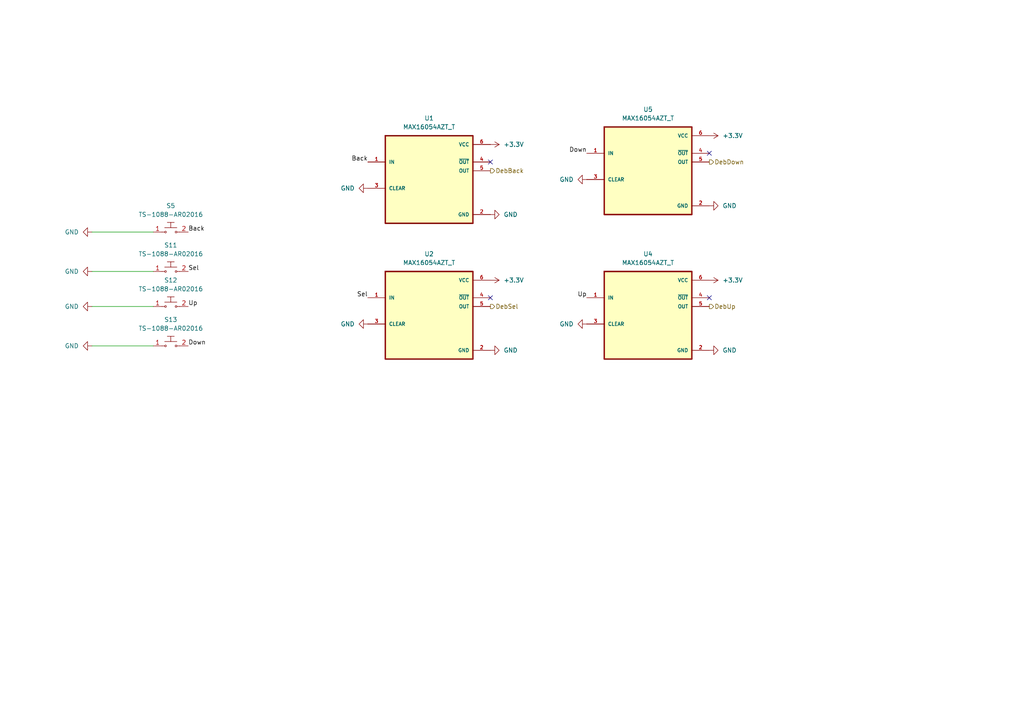
<source format=kicad_sch>
(kicad_sch
	(version 20231120)
	(generator "eeschema")
	(generator_version "8.0")
	(uuid "8ef76b75-3dab-4808-96dd-79f7106b8e0f")
	(paper "A4")
	(lib_symbols
		(symbol "MAX16054AZT_T:MAX16054AZT_T"
			(pin_names
				(offset 1.016)
			)
			(exclude_from_sim no)
			(in_bom yes)
			(on_board yes)
			(property "Reference" "U"
				(at -12.7 13.7 0)
				(effects
					(font
						(size 1.27 1.27)
					)
					(justify left bottom)
				)
			)
			(property "Value" "MAX16054AZT_T"
				(at -12.7 -16.7 0)
				(effects
					(font
						(size 1.27 1.27)
					)
					(justify left bottom)
				)
			)
			(property "Footprint" "MAX16054AZT_T:SOT95P275X110-6N"
				(at 0 0 0)
				(effects
					(font
						(size 1.27 1.27)
					)
					(justify bottom)
					(hide yes)
				)
			)
			(property "Datasheet" ""
				(at 0 0 0)
				(effects
					(font
						(size 1.27 1.27)
					)
					(hide yes)
				)
			)
			(property "Description" ""
				(at 0 0 0)
				(effects
					(font
						(size 1.27 1.27)
					)
					(hide yes)
				)
			)
			(symbol "MAX16054AZT_T_0_0"
				(rectangle
					(start -12.7 -12.7)
					(end 12.7 12.7)
					(stroke
						(width 0.41)
						(type default)
					)
					(fill
						(type background)
					)
				)
				(pin input line
					(at -17.78 5.08 0)
					(length 5.08)
					(name "IN"
						(effects
							(font
								(size 1.016 1.016)
							)
						)
					)
					(number "1"
						(effects
							(font
								(size 1.016 1.016)
							)
						)
					)
				)
				(pin power_in line
					(at 17.78 -10.16 180)
					(length 5.08)
					(name "GND"
						(effects
							(font
								(size 1.016 1.016)
							)
						)
					)
					(number "2"
						(effects
							(font
								(size 1.016 1.016)
							)
						)
					)
				)
				(pin bidirectional line
					(at -17.78 -2.54 0)
					(length 5.08)
					(name "CLEAR"
						(effects
							(font
								(size 1.016 1.016)
							)
						)
					)
					(number "3"
						(effects
							(font
								(size 1.016 1.016)
							)
						)
					)
				)
				(pin output line
					(at 17.78 5.08 180)
					(length 5.08)
					(name "~{OUT}"
						(effects
							(font
								(size 1.016 1.016)
							)
						)
					)
					(number "4"
						(effects
							(font
								(size 1.016 1.016)
							)
						)
					)
				)
				(pin output line
					(at 17.78 2.54 180)
					(length 5.08)
					(name "OUT"
						(effects
							(font
								(size 1.016 1.016)
							)
						)
					)
					(number "5"
						(effects
							(font
								(size 1.016 1.016)
							)
						)
					)
				)
				(pin power_in line
					(at 17.78 10.16 180)
					(length 5.08)
					(name "VCC"
						(effects
							(font
								(size 1.016 1.016)
							)
						)
					)
					(number "6"
						(effects
							(font
								(size 1.016 1.016)
							)
						)
					)
				)
			)
		)
		(symbol "dk_Pushbutton-Switches:GPTS203211B"
			(pin_names
				(offset 1.016)
			)
			(exclude_from_sim no)
			(in_bom yes)
			(on_board yes)
			(property "Reference" "S"
				(at -3.81 3.81 0)
				(effects
					(font
						(size 1.27 1.27)
					)
				)
			)
			(property "Value" "GPTS203211B"
				(at 0 -2.54 0)
				(effects
					(font
						(size 1.27 1.27)
					)
				)
			)
			(property "Footprint" "digikey-footprints:PushButton_12x12mm_THT_GPTS203211B"
				(at 5.08 5.08 0)
				(effects
					(font
						(size 1.27 1.27)
					)
					(justify left)
					(hide yes)
				)
			)
			(property "Datasheet" "http://switches-connectors-custom.cwind.com/Asset/GPTS203211BR2.pdf"
				(at 5.08 7.62 0)
				(effects
					(font
						(size 1.524 1.524)
					)
					(justify left)
					(hide yes)
				)
			)
			(property "Description" "SWITCH PUSHBUTTON SPST 1A 30V"
				(at 5.08 25.4 0)
				(effects
					(font
						(size 1.524 1.524)
					)
					(justify left)
					(hide yes)
				)
			)
			(property "Digi-Key_PN" "CW181-ND"
				(at 5.08 10.16 0)
				(effects
					(font
						(size 1.524 1.524)
					)
					(justify left)
					(hide yes)
				)
			)
			(property "MPN" "GPTS203211B"
				(at 5.08 12.7 0)
				(effects
					(font
						(size 1.524 1.524)
					)
					(justify left)
					(hide yes)
				)
			)
			(property "Category" "Switches"
				(at 5.08 15.24 0)
				(effects
					(font
						(size 1.524 1.524)
					)
					(justify left)
					(hide yes)
				)
			)
			(property "Family" "Pushbutton Switches"
				(at 5.08 17.78 0)
				(effects
					(font
						(size 1.524 1.524)
					)
					(justify left)
					(hide yes)
				)
			)
			(property "DK_Datasheet_Link" "http://switches-connectors-custom.cwind.com/Asset/GPTS203211BR2.pdf"
				(at 5.08 20.32 0)
				(effects
					(font
						(size 1.524 1.524)
					)
					(justify left)
					(hide yes)
				)
			)
			(property "DK_Detail_Page" "/product-detail/en/cw-industries/GPTS203211B/CW181-ND/3190590"
				(at 5.08 22.86 0)
				(effects
					(font
						(size 1.524 1.524)
					)
					(justify left)
					(hide yes)
				)
			)
			(property "Manufacturer" "CW Industries"
				(at 5.08 27.94 0)
				(effects
					(font
						(size 1.524 1.524)
					)
					(justify left)
					(hide yes)
				)
			)
			(property "Status" "Active"
				(at 5.08 30.48 0)
				(effects
					(font
						(size 1.524 1.524)
					)
					(justify left)
					(hide yes)
				)
			)
			(property "ki_keywords" "CW181-ND GPTS"
				(at 0 0 0)
				(effects
					(font
						(size 1.27 1.27)
					)
					(hide yes)
				)
			)
			(symbol "GPTS203211B_0_1"
				(circle
					(center -1.524 0)
					(radius 0.254)
					(stroke
						(width 0)
						(type solid)
					)
					(fill
						(type none)
					)
				)
				(polyline
					(pts
						(xy -2.54 0) (xy -1.778 0)
					)
					(stroke
						(width 0)
						(type solid)
					)
					(fill
						(type none)
					)
				)
				(polyline
					(pts
						(xy -1.778 1.27) (xy 1.778 1.27)
					)
					(stroke
						(width 0)
						(type solid)
					)
					(fill
						(type none)
					)
				)
				(polyline
					(pts
						(xy -1.016 2.794) (xy 1.016 2.794)
					)
					(stroke
						(width 0)
						(type solid)
					)
					(fill
						(type none)
					)
				)
				(polyline
					(pts
						(xy 0 1.27) (xy 0 2.794)
					)
					(stroke
						(width 0)
						(type solid)
					)
					(fill
						(type none)
					)
				)
				(polyline
					(pts
						(xy 2.54 0) (xy 1.778 0)
					)
					(stroke
						(width 0)
						(type solid)
					)
					(fill
						(type none)
					)
				)
				(circle
					(center 1.524 0)
					(radius 0.254)
					(stroke
						(width 0)
						(type solid)
					)
					(fill
						(type none)
					)
				)
			)
			(symbol "GPTS203211B_1_1"
				(pin passive line
					(at -5.08 0 0)
					(length 2.54)
					(name "~"
						(effects
							(font
								(size 1.27 1.27)
							)
						)
					)
					(number "1"
						(effects
							(font
								(size 1.27 1.27)
							)
						)
					)
				)
				(pin passive line
					(at 5.08 0 180)
					(length 2.54)
					(name "~"
						(effects
							(font
								(size 1.27 1.27)
							)
						)
					)
					(number "2"
						(effects
							(font
								(size 1.27 1.27)
							)
						)
					)
				)
			)
		)
		(symbol "power:+3.3V"
			(power)
			(pin_names
				(offset 0)
			)
			(exclude_from_sim no)
			(in_bom yes)
			(on_board yes)
			(property "Reference" "#PWR"
				(at 0 -3.81 0)
				(effects
					(font
						(size 1.27 1.27)
					)
					(hide yes)
				)
			)
			(property "Value" "+3.3V"
				(at 0 3.556 0)
				(effects
					(font
						(size 1.27 1.27)
					)
				)
			)
			(property "Footprint" ""
				(at 0 0 0)
				(effects
					(font
						(size 1.27 1.27)
					)
					(hide yes)
				)
			)
			(property "Datasheet" ""
				(at 0 0 0)
				(effects
					(font
						(size 1.27 1.27)
					)
					(hide yes)
				)
			)
			(property "Description" "Power symbol creates a global label with name \"+3.3V\""
				(at 0 0 0)
				(effects
					(font
						(size 1.27 1.27)
					)
					(hide yes)
				)
			)
			(property "ki_keywords" "global power"
				(at 0 0 0)
				(effects
					(font
						(size 1.27 1.27)
					)
					(hide yes)
				)
			)
			(symbol "+3.3V_0_1"
				(polyline
					(pts
						(xy -0.762 1.27) (xy 0 2.54)
					)
					(stroke
						(width 0)
						(type default)
					)
					(fill
						(type none)
					)
				)
				(polyline
					(pts
						(xy 0 0) (xy 0 2.54)
					)
					(stroke
						(width 0)
						(type default)
					)
					(fill
						(type none)
					)
				)
				(polyline
					(pts
						(xy 0 2.54) (xy 0.762 1.27)
					)
					(stroke
						(width 0)
						(type default)
					)
					(fill
						(type none)
					)
				)
			)
			(symbol "+3.3V_1_1"
				(pin power_in line
					(at 0 0 90)
					(length 0) hide
					(name "+3.3V"
						(effects
							(font
								(size 1.27 1.27)
							)
						)
					)
					(number "1"
						(effects
							(font
								(size 1.27 1.27)
							)
						)
					)
				)
			)
		)
		(symbol "power:GND"
			(power)
			(pin_names
				(offset 0)
			)
			(exclude_from_sim no)
			(in_bom yes)
			(on_board yes)
			(property "Reference" "#PWR"
				(at 0 -6.35 0)
				(effects
					(font
						(size 1.27 1.27)
					)
					(hide yes)
				)
			)
			(property "Value" "GND"
				(at 0 -3.81 0)
				(effects
					(font
						(size 1.27 1.27)
					)
				)
			)
			(property "Footprint" ""
				(at 0 0 0)
				(effects
					(font
						(size 1.27 1.27)
					)
					(hide yes)
				)
			)
			(property "Datasheet" ""
				(at 0 0 0)
				(effects
					(font
						(size 1.27 1.27)
					)
					(hide yes)
				)
			)
			(property "Description" "Power symbol creates a global label with name \"GND\" , ground"
				(at 0 0 0)
				(effects
					(font
						(size 1.27 1.27)
					)
					(hide yes)
				)
			)
			(property "ki_keywords" "global power"
				(at 0 0 0)
				(effects
					(font
						(size 1.27 1.27)
					)
					(hide yes)
				)
			)
			(symbol "GND_0_1"
				(polyline
					(pts
						(xy 0 0) (xy 0 -1.27) (xy 1.27 -1.27) (xy 0 -2.54) (xy -1.27 -1.27) (xy 0 -1.27)
					)
					(stroke
						(width 0)
						(type default)
					)
					(fill
						(type none)
					)
				)
			)
			(symbol "GND_1_1"
				(pin power_in line
					(at 0 0 270)
					(length 0) hide
					(name "GND"
						(effects
							(font
								(size 1.27 1.27)
							)
						)
					)
					(number "1"
						(effects
							(font
								(size 1.27 1.27)
							)
						)
					)
				)
			)
		)
	)
	(no_connect
		(at 142.24 46.99)
		(uuid "4967ee84-2a3a-44c1-9b78-7aca69971b31")
	)
	(no_connect
		(at 205.74 86.36)
		(uuid "5104cfde-5de0-46d4-85a9-ac680a4b7d85")
	)
	(no_connect
		(at 205.74 44.45)
		(uuid "9190b4fa-1d5e-4a3c-b43c-9bb287f4bb99")
	)
	(no_connect
		(at 142.24 86.36)
		(uuid "95a7dd06-124c-41e3-af5b-5c49feabe26d")
	)
	(wire
		(pts
			(xy 26.67 67.31) (xy 44.45 67.31)
		)
		(stroke
			(width 0)
			(type default)
		)
		(uuid "3cf75070-9ff7-4778-ab80-239393bef463")
	)
	(wire
		(pts
			(xy 26.67 78.74) (xy 44.45 78.74)
		)
		(stroke
			(width 0)
			(type default)
		)
		(uuid "4d141ea7-03f5-40cd-9cc5-7fde28ae0dd7")
	)
	(wire
		(pts
			(xy 26.67 88.9) (xy 44.45 88.9)
		)
		(stroke
			(width 0)
			(type default)
		)
		(uuid "9721a8a9-ede0-4bf0-8be9-306db49c0e34")
	)
	(wire
		(pts
			(xy 26.67 100.33) (xy 44.45 100.33)
		)
		(stroke
			(width 0)
			(type default)
		)
		(uuid "cfe310b5-6305-428a-a267-4f5cf7b68748")
	)
	(label "Down"
		(at 54.61 100.33 0)
		(fields_autoplaced yes)
		(effects
			(font
				(size 1.27 1.27)
			)
			(justify left bottom)
		)
		(uuid "0f28ab9d-3966-4fb5-9d71-1810f4664cde")
	)
	(label "Up"
		(at 54.61 88.9 0)
		(fields_autoplaced yes)
		(effects
			(font
				(size 1.27 1.27)
			)
			(justify left bottom)
		)
		(uuid "24c887be-691a-4002-a461-7928ec317df7")
	)
	(label "Back"
		(at 106.68 46.99 180)
		(fields_autoplaced yes)
		(effects
			(font
				(size 1.27 1.27)
			)
			(justify right bottom)
		)
		(uuid "334e82f0-d0c1-4db7-a0bd-18f4d5fe894c")
	)
	(label "Sel"
		(at 106.68 86.36 180)
		(fields_autoplaced yes)
		(effects
			(font
				(size 1.27 1.27)
			)
			(justify right bottom)
		)
		(uuid "35dd1425-fbb8-4039-800a-c1086cb87ed2")
	)
	(label "Up"
		(at 170.18 86.36 180)
		(fields_autoplaced yes)
		(effects
			(font
				(size 1.27 1.27)
			)
			(justify right bottom)
		)
		(uuid "6b458c21-f494-4a8f-9317-0901950cb335")
	)
	(label "Sel"
		(at 54.61 78.74 0)
		(fields_autoplaced yes)
		(effects
			(font
				(size 1.27 1.27)
			)
			(justify left bottom)
		)
		(uuid "9424366a-8f93-4c4f-84ee-52eb34a4eb88")
	)
	(label "Back"
		(at 54.61 67.31 0)
		(fields_autoplaced yes)
		(effects
			(font
				(size 1.27 1.27)
			)
			(justify left bottom)
		)
		(uuid "9f6434d8-8005-4afe-a131-37c62d84744f")
	)
	(label "Down"
		(at 170.18 44.45 180)
		(fields_autoplaced yes)
		(effects
			(font
				(size 1.27 1.27)
			)
			(justify right bottom)
		)
		(uuid "f45606cb-4c22-4e02-b67b-288b43746653")
	)
	(hierarchical_label "DebBack"
		(shape output)
		(at 142.24 49.53 0)
		(fields_autoplaced yes)
		(effects
			(font
				(size 1.27 1.27)
			)
			(justify left)
		)
		(uuid "1589f7bd-86da-4947-a527-10505ce404f5")
	)
	(hierarchical_label "DebDown"
		(shape output)
		(at 205.74 46.99 0)
		(fields_autoplaced yes)
		(effects
			(font
				(size 1.27 1.27)
			)
			(justify left)
		)
		(uuid "1f216fb2-d734-4296-9283-91781e0dcb85")
	)
	(hierarchical_label "DebSel"
		(shape output)
		(at 142.24 88.9 0)
		(fields_autoplaced yes)
		(effects
			(font
				(size 1.27 1.27)
			)
			(justify left)
		)
		(uuid "d8c3f1f9-b36e-4b8d-8076-0f6400e1542d")
	)
	(hierarchical_label "DebUp"
		(shape output)
		(at 205.74 88.9 0)
		(fields_autoplaced yes)
		(effects
			(font
				(size 1.27 1.27)
			)
			(justify left)
		)
		(uuid "ebce84f0-946a-4261-9791-00f9d0a995df")
	)
	(symbol
		(lib_id "MAX16054AZT_T:MAX16054AZT_T")
		(at 187.96 91.44 0)
		(unit 1)
		(exclude_from_sim no)
		(in_bom yes)
		(on_board yes)
		(dnp no)
		(fields_autoplaced yes)
		(uuid "08967432-480a-4102-9bed-4063bc94a255")
		(property "Reference" "U4"
			(at 187.96 73.66 0)
			(effects
				(font
					(size 1.27 1.27)
				)
			)
		)
		(property "Value" "MAX16054AZT_T"
			(at 187.96 76.2 0)
			(effects
				(font
					(size 1.27 1.27)
				)
			)
		)
		(property "Footprint" "revparts2:SOT95P275X110-6N"
			(at 187.96 91.44 0)
			(effects
				(font
					(size 1.27 1.27)
				)
				(justify bottom)
				(hide yes)
			)
		)
		(property "Datasheet" ""
			(at 187.96 91.44 0)
			(effects
				(font
					(size 1.27 1.27)
				)
				(hide yes)
			)
		)
		(property "Description" ""
			(at 187.96 91.44 0)
			(effects
				(font
					(size 1.27 1.27)
				)
				(hide yes)
			)
		)
		(pin "1"
			(uuid "f8293700-031a-4c28-8924-8489f89979fb")
		)
		(pin "2"
			(uuid "063920c1-cb33-41df-9374-46841aad74c6")
		)
		(pin "3"
			(uuid "92777086-e4c3-48c9-947e-591120942acd")
		)
		(pin "4"
			(uuid "b021224d-fc8e-4074-a3b6-75fea97a9c25")
		)
		(pin "5"
			(uuid "d4774893-7bed-422d-acca-83ecb5e7f45d")
		)
		(pin "6"
			(uuid "2e1a7764-23e4-4052-9f4a-cfd067a2a87c")
		)
		(instances
			(project "Motor Programmer Rev. 2"
				(path "/011ae556-31c3-4ee2-a722-f56ffd3fdd08/a2b5b4e2-343c-454b-b8e5-d2b1c53e1cbe"
					(reference "U4")
					(unit 1)
				)
			)
		)
	)
	(symbol
		(lib_id "power:+3.3V")
		(at 142.24 41.91 270)
		(unit 1)
		(exclude_from_sim no)
		(in_bom yes)
		(on_board yes)
		(dnp no)
		(fields_autoplaced yes)
		(uuid "11514062-1001-41a3-a054-c833508b9939")
		(property "Reference" "#PWR022"
			(at 138.43 41.91 0)
			(effects
				(font
					(size 1.27 1.27)
				)
				(hide yes)
			)
		)
		(property "Value" "+3.3V"
			(at 146.05 41.91 90)
			(effects
				(font
					(size 1.27 1.27)
				)
				(justify left)
			)
		)
		(property "Footprint" ""
			(at 142.24 41.91 0)
			(effects
				(font
					(size 1.27 1.27)
				)
				(hide yes)
			)
		)
		(property "Datasheet" ""
			(at 142.24 41.91 0)
			(effects
				(font
					(size 1.27 1.27)
				)
				(hide yes)
			)
		)
		(property "Description" ""
			(at 142.24 41.91 0)
			(effects
				(font
					(size 1.27 1.27)
				)
				(hide yes)
			)
		)
		(pin "1"
			(uuid "461c69da-f3a2-4377-a98b-2fdb8a884e60")
		)
		(instances
			(project "Motor Programmer Rev. 2"
				(path "/011ae556-31c3-4ee2-a722-f56ffd3fdd08/a2b5b4e2-343c-454b-b8e5-d2b1c53e1cbe"
					(reference "#PWR022")
					(unit 1)
				)
			)
		)
	)
	(symbol
		(lib_id "power:GND")
		(at 26.67 100.33 270)
		(unit 1)
		(exclude_from_sim no)
		(in_bom yes)
		(on_board yes)
		(dnp no)
		(fields_autoplaced yes)
		(uuid "120b23e0-1799-42b0-bd23-6aa0f1e9271c")
		(property "Reference" "#PWR014"
			(at 20.32 100.33 0)
			(effects
				(font
					(size 1.27 1.27)
				)
				(hide yes)
			)
		)
		(property "Value" "GND"
			(at 22.86 100.33 90)
			(effects
				(font
					(size 1.27 1.27)
				)
				(justify right)
			)
		)
		(property "Footprint" ""
			(at 26.67 100.33 0)
			(effects
				(font
					(size 1.27 1.27)
				)
				(hide yes)
			)
		)
		(property "Datasheet" ""
			(at 26.67 100.33 0)
			(effects
				(font
					(size 1.27 1.27)
				)
				(hide yes)
			)
		)
		(property "Description" ""
			(at 26.67 100.33 0)
			(effects
				(font
					(size 1.27 1.27)
				)
				(hide yes)
			)
		)
		(pin "1"
			(uuid "f1a9b78a-5ad6-40cb-b1b6-829e919bb367")
		)
		(instances
			(project "Motor Programmer Rev. 2"
				(path "/011ae556-31c3-4ee2-a722-f56ffd3fdd08/a2b5b4e2-343c-454b-b8e5-d2b1c53e1cbe"
					(reference "#PWR014")
					(unit 1)
				)
			)
		)
	)
	(symbol
		(lib_id "power:GND")
		(at 170.18 93.98 270)
		(unit 1)
		(exclude_from_sim no)
		(in_bom yes)
		(on_board yes)
		(dnp no)
		(fields_autoplaced yes)
		(uuid "1604edd4-f2f8-439c-a857-6d95c9d67658")
		(property "Reference" "#PWR021"
			(at 163.83 93.98 0)
			(effects
				(font
					(size 1.27 1.27)
				)
				(hide yes)
			)
		)
		(property "Value" "GND"
			(at 166.37 93.98 90)
			(effects
				(font
					(size 1.27 1.27)
				)
				(justify right)
			)
		)
		(property "Footprint" ""
			(at 170.18 93.98 0)
			(effects
				(font
					(size 1.27 1.27)
				)
				(hide yes)
			)
		)
		(property "Datasheet" ""
			(at 170.18 93.98 0)
			(effects
				(font
					(size 1.27 1.27)
				)
				(hide yes)
			)
		)
		(property "Description" ""
			(at 170.18 93.98 0)
			(effects
				(font
					(size 1.27 1.27)
				)
				(hide yes)
			)
		)
		(pin "1"
			(uuid "68b0c947-5abb-488c-bb78-4be43921a413")
		)
		(instances
			(project "Motor Programmer Rev. 2"
				(path "/011ae556-31c3-4ee2-a722-f56ffd3fdd08/a2b5b4e2-343c-454b-b8e5-d2b1c53e1cbe"
					(reference "#PWR021")
					(unit 1)
				)
			)
		)
	)
	(symbol
		(lib_id "power:+3.3V")
		(at 205.74 81.28 270)
		(unit 1)
		(exclude_from_sim no)
		(in_bom yes)
		(on_board yes)
		(dnp no)
		(fields_autoplaced yes)
		(uuid "24fdfd5b-6f8c-40ab-bbd1-a66f1fc362b1")
		(property "Reference" "#PWR025"
			(at 201.93 81.28 0)
			(effects
				(font
					(size 1.27 1.27)
				)
				(hide yes)
			)
		)
		(property "Value" "+3.3V"
			(at 209.55 81.28 90)
			(effects
				(font
					(size 1.27 1.27)
				)
				(justify left)
			)
		)
		(property "Footprint" ""
			(at 205.74 81.28 0)
			(effects
				(font
					(size 1.27 1.27)
				)
				(hide yes)
			)
		)
		(property "Datasheet" ""
			(at 205.74 81.28 0)
			(effects
				(font
					(size 1.27 1.27)
				)
				(hide yes)
			)
		)
		(property "Description" ""
			(at 205.74 81.28 0)
			(effects
				(font
					(size 1.27 1.27)
				)
				(hide yes)
			)
		)
		(pin "1"
			(uuid "90ff006f-e80a-47a5-bd35-bb53de8944c8")
		)
		(instances
			(project "Motor Programmer Rev. 2"
				(path "/011ae556-31c3-4ee2-a722-f56ffd3fdd08/a2b5b4e2-343c-454b-b8e5-d2b1c53e1cbe"
					(reference "#PWR025")
					(unit 1)
				)
			)
		)
	)
	(symbol
		(lib_id "MAX16054AZT_T:MAX16054AZT_T")
		(at 124.46 91.44 0)
		(unit 1)
		(exclude_from_sim no)
		(in_bom yes)
		(on_board yes)
		(dnp no)
		(uuid "28c92b94-32a8-4ae8-92f4-3f9d5df3a4a8")
		(property "Reference" "U2"
			(at 124.46 73.66 0)
			(effects
				(font
					(size 1.27 1.27)
				)
			)
		)
		(property "Value" "MAX16054AZT_T"
			(at 124.46 76.2 0)
			(effects
				(font
					(size 1.27 1.27)
				)
			)
		)
		(property "Footprint" "revparts2:SOT95P275X110-6N"
			(at 124.46 91.44 0)
			(effects
				(font
					(size 1.27 1.27)
				)
				(justify bottom)
				(hide yes)
			)
		)
		(property "Datasheet" ""
			(at 124.46 91.44 0)
			(effects
				(font
					(size 1.27 1.27)
				)
				(hide yes)
			)
		)
		(property "Description" ""
			(at 124.46 91.44 0)
			(effects
				(font
					(size 1.27 1.27)
				)
				(hide yes)
			)
		)
		(pin "1"
			(uuid "97a9b197-e610-479b-90d1-4ba197c9a7cd")
		)
		(pin "2"
			(uuid "2581287f-2196-4a35-8d7c-6ff6446e8a9d")
		)
		(pin "3"
			(uuid "3903b16f-99e5-425f-b505-4782808d7090")
		)
		(pin "4"
			(uuid "36b0fd1b-ba7b-4643-8819-4593402c11f9")
		)
		(pin "5"
			(uuid "aa50d7c1-2398-4b1b-a8f2-29b7d46c6b0d")
		)
		(pin "6"
			(uuid "76125de9-4b03-4560-a474-ca1cfdd5e2de")
		)
		(instances
			(project "Motor Programmer Rev. 2"
				(path "/011ae556-31c3-4ee2-a722-f56ffd3fdd08/a2b5b4e2-343c-454b-b8e5-d2b1c53e1cbe"
					(reference "U2")
					(unit 1)
				)
			)
		)
	)
	(symbol
		(lib_id "power:GND")
		(at 26.67 88.9 270)
		(unit 1)
		(exclude_from_sim no)
		(in_bom yes)
		(on_board yes)
		(dnp no)
		(fields_autoplaced yes)
		(uuid "2aeba194-2afc-4b73-ad60-e31c7fb4c3a0")
		(property "Reference" "#PWR013"
			(at 20.32 88.9 0)
			(effects
				(font
					(size 1.27 1.27)
				)
				(hide yes)
			)
		)
		(property "Value" "GND"
			(at 22.86 88.9 90)
			(effects
				(font
					(size 1.27 1.27)
				)
				(justify right)
			)
		)
		(property "Footprint" ""
			(at 26.67 88.9 0)
			(effects
				(font
					(size 1.27 1.27)
				)
				(hide yes)
			)
		)
		(property "Datasheet" ""
			(at 26.67 88.9 0)
			(effects
				(font
					(size 1.27 1.27)
				)
				(hide yes)
			)
		)
		(property "Description" ""
			(at 26.67 88.9 0)
			(effects
				(font
					(size 1.27 1.27)
				)
				(hide yes)
			)
		)
		(pin "1"
			(uuid "d7a24e12-56be-40b9-b459-32c2afe22f39")
		)
		(instances
			(project "Motor Programmer Rev. 2"
				(path "/011ae556-31c3-4ee2-a722-f56ffd3fdd08/a2b5b4e2-343c-454b-b8e5-d2b1c53e1cbe"
					(reference "#PWR013")
					(unit 1)
				)
			)
		)
	)
	(symbol
		(lib_id "power:GND")
		(at 26.67 67.31 270)
		(unit 1)
		(exclude_from_sim no)
		(in_bom yes)
		(on_board yes)
		(dnp no)
		(fields_autoplaced yes)
		(uuid "3593cb56-0274-4488-80dc-f78d10c68b5b")
		(property "Reference" "#PWR010"
			(at 20.32 67.31 0)
			(effects
				(font
					(size 1.27 1.27)
				)
				(hide yes)
			)
		)
		(property "Value" "GND"
			(at 22.86 67.31 90)
			(effects
				(font
					(size 1.27 1.27)
				)
				(justify right)
			)
		)
		(property "Footprint" ""
			(at 26.67 67.31 0)
			(effects
				(font
					(size 1.27 1.27)
				)
				(hide yes)
			)
		)
		(property "Datasheet" ""
			(at 26.67 67.31 0)
			(effects
				(font
					(size 1.27 1.27)
				)
				(hide yes)
			)
		)
		(property "Description" ""
			(at 26.67 67.31 0)
			(effects
				(font
					(size 1.27 1.27)
				)
				(hide yes)
			)
		)
		(pin "1"
			(uuid "887b1007-7ae6-474a-a4ca-bfcc51e749b5")
		)
		(instances
			(project "Motor Programmer Rev. 2"
				(path "/011ae556-31c3-4ee2-a722-f56ffd3fdd08/a2b5b4e2-343c-454b-b8e5-d2b1c53e1cbe"
					(reference "#PWR010")
					(unit 1)
				)
			)
		)
	)
	(symbol
		(lib_id "power:GND")
		(at 142.24 62.23 90)
		(unit 1)
		(exclude_from_sim no)
		(in_bom yes)
		(on_board yes)
		(dnp no)
		(fields_autoplaced yes)
		(uuid "3ab1b195-1bbd-4250-ad6b-54e55f9887ba")
		(property "Reference" "#PWR07"
			(at 148.59 62.23 0)
			(effects
				(font
					(size 1.27 1.27)
				)
				(hide yes)
			)
		)
		(property "Value" "GND"
			(at 146.05 62.23 90)
			(effects
				(font
					(size 1.27 1.27)
				)
				(justify right)
			)
		)
		(property "Footprint" ""
			(at 142.24 62.23 0)
			(effects
				(font
					(size 1.27 1.27)
				)
				(hide yes)
			)
		)
		(property "Datasheet" ""
			(at 142.24 62.23 0)
			(effects
				(font
					(size 1.27 1.27)
				)
				(hide yes)
			)
		)
		(property "Description" ""
			(at 142.24 62.23 0)
			(effects
				(font
					(size 1.27 1.27)
				)
				(hide yes)
			)
		)
		(pin "1"
			(uuid "64fae08b-397c-4344-b621-2cbcae0c38dd")
		)
		(instances
			(project "Motor Programmer Rev. 2"
				(path "/011ae556-31c3-4ee2-a722-f56ffd3fdd08/a2b5b4e2-343c-454b-b8e5-d2b1c53e1cbe"
					(reference "#PWR07")
					(unit 1)
				)
			)
		)
	)
	(symbol
		(lib_id "power:+3.3V")
		(at 205.74 39.37 270)
		(unit 1)
		(exclude_from_sim no)
		(in_bom yes)
		(on_board yes)
		(dnp no)
		(fields_autoplaced yes)
		(uuid "53b53c27-e6cc-464b-ad53-d8d1011a1ea9")
		(property "Reference" "#PWR023"
			(at 201.93 39.37 0)
			(effects
				(font
					(size 1.27 1.27)
				)
				(hide yes)
			)
		)
		(property "Value" "+3.3V"
			(at 209.55 39.37 90)
			(effects
				(font
					(size 1.27 1.27)
				)
				(justify left)
			)
		)
		(property "Footprint" ""
			(at 205.74 39.37 0)
			(effects
				(font
					(size 1.27 1.27)
				)
				(hide yes)
			)
		)
		(property "Datasheet" ""
			(at 205.74 39.37 0)
			(effects
				(font
					(size 1.27 1.27)
				)
				(hide yes)
			)
		)
		(property "Description" ""
			(at 205.74 39.37 0)
			(effects
				(font
					(size 1.27 1.27)
				)
				(hide yes)
			)
		)
		(pin "1"
			(uuid "a5f9a77c-8425-4d8b-86db-027469723c0b")
		)
		(instances
			(project "Motor Programmer Rev. 2"
				(path "/011ae556-31c3-4ee2-a722-f56ffd3fdd08/a2b5b4e2-343c-454b-b8e5-d2b1c53e1cbe"
					(reference "#PWR023")
					(unit 1)
				)
			)
		)
	)
	(symbol
		(lib_id "dk_Pushbutton-Switches:GPTS203211B")
		(at 49.53 100.33 0)
		(unit 1)
		(exclude_from_sim no)
		(in_bom yes)
		(on_board yes)
		(dnp no)
		(fields_autoplaced yes)
		(uuid "543e05bd-d2f8-495a-bec9-f4608d06d812")
		(property "Reference" "S13"
			(at 49.53 92.71 0)
			(effects
				(font
					(size 1.27 1.27)
				)
			)
		)
		(property "Value" "TS-1088-AR02016"
			(at 49.53 95.25 0)
			(effects
				(font
					(size 1.27 1.27)
				)
			)
		)
		(property "Footprint" "revparts2:TS-1088-AR02016"
			(at 54.61 95.25 0)
			(effects
				(font
					(size 1.27 1.27)
				)
				(justify left)
				(hide yes)
			)
		)
		(property "Datasheet" "http://switches-connectors-custom.cwind.com/Asset/GPTS203211BR2.pdf"
			(at 54.61 92.71 0)
			(effects
				(font
					(size 1.524 1.524)
				)
				(justify left)
				(hide yes)
			)
		)
		(property "Description" "SWITCH PUSHBUTTON SPST 1A 30V"
			(at 54.61 74.93 0)
			(effects
				(font
					(size 1.524 1.524)
				)
				(justify left)
				(hide yes)
			)
		)
		(property "Digi-Key_PN" "CW181-ND"
			(at 54.61 90.17 0)
			(effects
				(font
					(size 1.524 1.524)
				)
				(justify left)
				(hide yes)
			)
		)
		(property "MPN" "GPTS203211B"
			(at 54.61 87.63 0)
			(effects
				(font
					(size 1.524 1.524)
				)
				(justify left)
				(hide yes)
			)
		)
		(property "Category" "Switches"
			(at 54.61 85.09 0)
			(effects
				(font
					(size 1.524 1.524)
				)
				(justify left)
				(hide yes)
			)
		)
		(property "Family" "Pushbutton Switches"
			(at 54.61 82.55 0)
			(effects
				(font
					(size 1.524 1.524)
				)
				(justify left)
				(hide yes)
			)
		)
		(property "DK_Datasheet_Link" "http://switches-connectors-custom.cwind.com/Asset/GPTS203211BR2.pdf"
			(at 54.61 80.01 0)
			(effects
				(font
					(size 1.524 1.524)
				)
				(justify left)
				(hide yes)
			)
		)
		(property "DK_Detail_Page" "/product-detail/en/cw-industries/GPTS203211B/CW181-ND/3190590"
			(at 54.61 77.47 0)
			(effects
				(font
					(size 1.524 1.524)
				)
				(justify left)
				(hide yes)
			)
		)
		(property "Manufacturer" "CW Industries"
			(at 54.61 72.39 0)
			(effects
				(font
					(size 1.524 1.524)
				)
				(justify left)
				(hide yes)
			)
		)
		(property "Status" "Active"
			(at 54.61 69.85 0)
			(effects
				(font
					(size 1.524 1.524)
				)
				(justify left)
				(hide yes)
			)
		)
		(pin "1"
			(uuid "2b29e6f8-19d6-42b4-8dc2-41182b3e4b88")
		)
		(pin "2"
			(uuid "45fda52e-29b9-42ee-bd80-a545c08a42f4")
		)
		(instances
			(project "Motor Programmer Rev. 2"
				(path "/011ae556-31c3-4ee2-a722-f56ffd3fdd08/a2b5b4e2-343c-454b-b8e5-d2b1c53e1cbe"
					(reference "S13")
					(unit 1)
				)
			)
		)
	)
	(symbol
		(lib_id "dk_Pushbutton-Switches:GPTS203211B")
		(at 49.53 88.9 0)
		(unit 1)
		(exclude_from_sim no)
		(in_bom yes)
		(on_board yes)
		(dnp no)
		(fields_autoplaced yes)
		(uuid "570588d6-80e0-4288-bb1a-f1c34d7b863f")
		(property "Reference" "S12"
			(at 49.53 81.28 0)
			(effects
				(font
					(size 1.27 1.27)
				)
			)
		)
		(property "Value" "TS-1088-AR02016"
			(at 49.53 83.82 0)
			(effects
				(font
					(size 1.27 1.27)
				)
			)
		)
		(property "Footprint" "revparts2:TS-1088-AR02016"
			(at 54.61 83.82 0)
			(effects
				(font
					(size 1.27 1.27)
				)
				(justify left)
				(hide yes)
			)
		)
		(property "Datasheet" "http://switches-connectors-custom.cwind.com/Asset/GPTS203211BR2.pdf"
			(at 54.61 81.28 0)
			(effects
				(font
					(size 1.524 1.524)
				)
				(justify left)
				(hide yes)
			)
		)
		(property "Description" "SWITCH PUSHBUTTON SPST 1A 30V"
			(at 54.61 63.5 0)
			(effects
				(font
					(size 1.524 1.524)
				)
				(justify left)
				(hide yes)
			)
		)
		(property "Digi-Key_PN" "CW181-ND"
			(at 54.61 78.74 0)
			(effects
				(font
					(size 1.524 1.524)
				)
				(justify left)
				(hide yes)
			)
		)
		(property "MPN" "GPTS203211B"
			(at 54.61 76.2 0)
			(effects
				(font
					(size 1.524 1.524)
				)
				(justify left)
				(hide yes)
			)
		)
		(property "Category" "Switches"
			(at 54.61 73.66 0)
			(effects
				(font
					(size 1.524 1.524)
				)
				(justify left)
				(hide yes)
			)
		)
		(property "Family" "Pushbutton Switches"
			(at 54.61 71.12 0)
			(effects
				(font
					(size 1.524 1.524)
				)
				(justify left)
				(hide yes)
			)
		)
		(property "DK_Datasheet_Link" "http://switches-connectors-custom.cwind.com/Asset/GPTS203211BR2.pdf"
			(at 54.61 68.58 0)
			(effects
				(font
					(size 1.524 1.524)
				)
				(justify left)
				(hide yes)
			)
		)
		(property "DK_Detail_Page" "/product-detail/en/cw-industries/GPTS203211B/CW181-ND/3190590"
			(at 54.61 66.04 0)
			(effects
				(font
					(size 1.524 1.524)
				)
				(justify left)
				(hide yes)
			)
		)
		(property "Manufacturer" "CW Industries"
			(at 54.61 60.96 0)
			(effects
				(font
					(size 1.524 1.524)
				)
				(justify left)
				(hide yes)
			)
		)
		(property "Status" "Active"
			(at 54.61 58.42 0)
			(effects
				(font
					(size 1.524 1.524)
				)
				(justify left)
				(hide yes)
			)
		)
		(pin "1"
			(uuid "76b2c03b-3ea3-4b7d-9434-2d5cee4c6be2")
		)
		(pin "2"
			(uuid "88324b73-35ef-4a3d-b88c-1648d2d0bb7b")
		)
		(instances
			(project "Motor Programmer Rev. 2"
				(path "/011ae556-31c3-4ee2-a722-f56ffd3fdd08/a2b5b4e2-343c-454b-b8e5-d2b1c53e1cbe"
					(reference "S12")
					(unit 1)
				)
			)
		)
	)
	(symbol
		(lib_id "dk_Pushbutton-Switches:GPTS203211B")
		(at 49.53 78.74 0)
		(unit 1)
		(exclude_from_sim no)
		(in_bom yes)
		(on_board yes)
		(dnp no)
		(fields_autoplaced yes)
		(uuid "5e4cef98-f768-4f11-b6c4-7bfbe5dc2571")
		(property "Reference" "S11"
			(at 49.53 71.12 0)
			(effects
				(font
					(size 1.27 1.27)
				)
			)
		)
		(property "Value" "TS-1088-AR02016"
			(at 49.53 73.66 0)
			(effects
				(font
					(size 1.27 1.27)
				)
			)
		)
		(property "Footprint" "revparts2:TS-1088-AR02016"
			(at 54.61 73.66 0)
			(effects
				(font
					(size 1.27 1.27)
				)
				(justify left)
				(hide yes)
			)
		)
		(property "Datasheet" "http://switches-connectors-custom.cwind.com/Asset/GPTS203211BR2.pdf"
			(at 54.61 71.12 0)
			(effects
				(font
					(size 1.524 1.524)
				)
				(justify left)
				(hide yes)
			)
		)
		(property "Description" "SWITCH PUSHBUTTON SPST 1A 30V"
			(at 54.61 53.34 0)
			(effects
				(font
					(size 1.524 1.524)
				)
				(justify left)
				(hide yes)
			)
		)
		(property "Digi-Key_PN" "CW181-ND"
			(at 54.61 68.58 0)
			(effects
				(font
					(size 1.524 1.524)
				)
				(justify left)
				(hide yes)
			)
		)
		(property "MPN" "GPTS203211B"
			(at 54.61 66.04 0)
			(effects
				(font
					(size 1.524 1.524)
				)
				(justify left)
				(hide yes)
			)
		)
		(property "Category" "Switches"
			(at 54.61 63.5 0)
			(effects
				(font
					(size 1.524 1.524)
				)
				(justify left)
				(hide yes)
			)
		)
		(property "Family" "Pushbutton Switches"
			(at 54.61 60.96 0)
			(effects
				(font
					(size 1.524 1.524)
				)
				(justify left)
				(hide yes)
			)
		)
		(property "DK_Datasheet_Link" "http://switches-connectors-custom.cwind.com/Asset/GPTS203211BR2.pdf"
			(at 54.61 58.42 0)
			(effects
				(font
					(size 1.524 1.524)
				)
				(justify left)
				(hide yes)
			)
		)
		(property "DK_Detail_Page" "/product-detail/en/cw-industries/GPTS203211B/CW181-ND/3190590"
			(at 54.61 55.88 0)
			(effects
				(font
					(size 1.524 1.524)
				)
				(justify left)
				(hide yes)
			)
		)
		(property "Manufacturer" "CW Industries"
			(at 54.61 50.8 0)
			(effects
				(font
					(size 1.524 1.524)
				)
				(justify left)
				(hide yes)
			)
		)
		(property "Status" "Active"
			(at 54.61 48.26 0)
			(effects
				(font
					(size 1.524 1.524)
				)
				(justify left)
				(hide yes)
			)
		)
		(pin "1"
			(uuid "94fde6ce-44a3-46bb-b82a-cb5303c9367c")
		)
		(pin "2"
			(uuid "c8568972-d01e-4d56-b265-887a3e992013")
		)
		(instances
			(project "Motor Programmer Rev. 2"
				(path "/011ae556-31c3-4ee2-a722-f56ffd3fdd08/a2b5b4e2-343c-454b-b8e5-d2b1c53e1cbe"
					(reference "S11")
					(unit 1)
				)
			)
		)
	)
	(symbol
		(lib_id "MAX16054AZT_T:MAX16054AZT_T")
		(at 124.46 52.07 0)
		(unit 1)
		(exclude_from_sim no)
		(in_bom yes)
		(on_board yes)
		(dnp no)
		(fields_autoplaced yes)
		(uuid "6c71c8ee-8631-4865-9664-b8669aaac7e5")
		(property "Reference" "U1"
			(at 124.46 34.29 0)
			(effects
				(font
					(size 1.27 1.27)
				)
			)
		)
		(property "Value" "MAX16054AZT_T"
			(at 124.46 36.83 0)
			(effects
				(font
					(size 1.27 1.27)
				)
			)
		)
		(property "Footprint" "revparts2:SOT95P275X110-6N"
			(at 124.46 52.07 0)
			(effects
				(font
					(size 1.27 1.27)
				)
				(justify bottom)
				(hide yes)
			)
		)
		(property "Datasheet" ""
			(at 124.46 52.07 0)
			(effects
				(font
					(size 1.27 1.27)
				)
				(hide yes)
			)
		)
		(property "Description" ""
			(at 124.46 52.07 0)
			(effects
				(font
					(size 1.27 1.27)
				)
				(hide yes)
			)
		)
		(pin "1"
			(uuid "da978ad5-f02a-410e-af17-167c4ac5340b")
		)
		(pin "2"
			(uuid "6950888e-0740-4c3c-a279-c170297fe950")
		)
		(pin "3"
			(uuid "c7206bf5-bffc-4d99-adf6-94eb3a8471b1")
		)
		(pin "4"
			(uuid "d70a1cda-585b-41d1-b527-9469f98b2a44")
		)
		(pin "5"
			(uuid "d1f5ef40-bfa9-43f9-bdf9-953c585444f6")
		)
		(pin "6"
			(uuid "c06d7a51-c500-4df8-a3e7-3b48927e1cbc")
		)
		(instances
			(project "Motor Programmer Rev. 2"
				(path "/011ae556-31c3-4ee2-a722-f56ffd3fdd08/a2b5b4e2-343c-454b-b8e5-d2b1c53e1cbe"
					(reference "U1")
					(unit 1)
				)
			)
		)
	)
	(symbol
		(lib_id "power:+3.3V")
		(at 142.24 81.28 270)
		(unit 1)
		(exclude_from_sim no)
		(in_bom yes)
		(on_board yes)
		(dnp no)
		(fields_autoplaced yes)
		(uuid "7697acf5-94ef-468c-afdd-905ec77d8e9b")
		(property "Reference" "#PWR024"
			(at 138.43 81.28 0)
			(effects
				(font
					(size 1.27 1.27)
				)
				(hide yes)
			)
		)
		(property "Value" "+3.3V"
			(at 146.05 81.28 90)
			(effects
				(font
					(size 1.27 1.27)
				)
				(justify left)
			)
		)
		(property "Footprint" ""
			(at 142.24 81.28 0)
			(effects
				(font
					(size 1.27 1.27)
				)
				(hide yes)
			)
		)
		(property "Datasheet" ""
			(at 142.24 81.28 0)
			(effects
				(font
					(size 1.27 1.27)
				)
				(hide yes)
			)
		)
		(property "Description" ""
			(at 142.24 81.28 0)
			(effects
				(font
					(size 1.27 1.27)
				)
				(hide yes)
			)
		)
		(pin "1"
			(uuid "5852d50f-aebf-4e51-bec7-0859b650e9e2")
		)
		(instances
			(project "Motor Programmer Rev. 2"
				(path "/011ae556-31c3-4ee2-a722-f56ffd3fdd08/a2b5b4e2-343c-454b-b8e5-d2b1c53e1cbe"
					(reference "#PWR024")
					(unit 1)
				)
			)
		)
	)
	(symbol
		(lib_id "power:GND")
		(at 106.68 54.61 270)
		(unit 1)
		(exclude_from_sim no)
		(in_bom yes)
		(on_board yes)
		(dnp no)
		(fields_autoplaced yes)
		(uuid "780b196a-62f3-400e-aecf-12574e238341")
		(property "Reference" "#PWR019"
			(at 100.33 54.61 0)
			(effects
				(font
					(size 1.27 1.27)
				)
				(hide yes)
			)
		)
		(property "Value" "GND"
			(at 102.87 54.61 90)
			(effects
				(font
					(size 1.27 1.27)
				)
				(justify right)
			)
		)
		(property "Footprint" ""
			(at 106.68 54.61 0)
			(effects
				(font
					(size 1.27 1.27)
				)
				(hide yes)
			)
		)
		(property "Datasheet" ""
			(at 106.68 54.61 0)
			(effects
				(font
					(size 1.27 1.27)
				)
				(hide yes)
			)
		)
		(property "Description" ""
			(at 106.68 54.61 0)
			(effects
				(font
					(size 1.27 1.27)
				)
				(hide yes)
			)
		)
		(pin "1"
			(uuid "bda6dfcb-03fa-4888-9546-5776ac355df3")
		)
		(instances
			(project "Motor Programmer Rev. 2"
				(path "/011ae556-31c3-4ee2-a722-f56ffd3fdd08/a2b5b4e2-343c-454b-b8e5-d2b1c53e1cbe"
					(reference "#PWR019")
					(unit 1)
				)
			)
		)
	)
	(symbol
		(lib_id "power:GND")
		(at 205.74 59.69 90)
		(unit 1)
		(exclude_from_sim no)
		(in_bom yes)
		(on_board yes)
		(dnp no)
		(fields_autoplaced yes)
		(uuid "7be0e2e0-ec81-4669-b188-b6473cd37098")
		(property "Reference" "#PWR015"
			(at 212.09 59.69 0)
			(effects
				(font
					(size 1.27 1.27)
				)
				(hide yes)
			)
		)
		(property "Value" "GND"
			(at 209.55 59.69 90)
			(effects
				(font
					(size 1.27 1.27)
				)
				(justify right)
			)
		)
		(property "Footprint" ""
			(at 205.74 59.69 0)
			(effects
				(font
					(size 1.27 1.27)
				)
				(hide yes)
			)
		)
		(property "Datasheet" ""
			(at 205.74 59.69 0)
			(effects
				(font
					(size 1.27 1.27)
				)
				(hide yes)
			)
		)
		(property "Description" ""
			(at 205.74 59.69 0)
			(effects
				(font
					(size 1.27 1.27)
				)
				(hide yes)
			)
		)
		(pin "1"
			(uuid "62aa3bc6-a44b-4b74-a383-76b78de1295d")
		)
		(instances
			(project "Motor Programmer Rev. 2"
				(path "/011ae556-31c3-4ee2-a722-f56ffd3fdd08/a2b5b4e2-343c-454b-b8e5-d2b1c53e1cbe"
					(reference "#PWR015")
					(unit 1)
				)
			)
		)
	)
	(symbol
		(lib_id "dk_Pushbutton-Switches:GPTS203211B")
		(at 49.53 67.31 0)
		(unit 1)
		(exclude_from_sim no)
		(in_bom yes)
		(on_board yes)
		(dnp no)
		(fields_autoplaced yes)
		(uuid "8a937ae7-107b-4623-8ca9-0bc1e7607ab5")
		(property "Reference" "S5"
			(at 49.53 59.69 0)
			(effects
				(font
					(size 1.27 1.27)
				)
			)
		)
		(property "Value" "TS-1088-AR02016"
			(at 49.53 62.23 0)
			(effects
				(font
					(size 1.27 1.27)
				)
			)
		)
		(property "Footprint" "revparts2:TS-1088-AR02016"
			(at 54.61 62.23 0)
			(effects
				(font
					(size 1.27 1.27)
				)
				(justify left)
				(hide yes)
			)
		)
		(property "Datasheet" "http://switches-connectors-custom.cwind.com/Asset/GPTS203211BR2.pdf"
			(at 54.61 59.69 0)
			(effects
				(font
					(size 1.524 1.524)
				)
				(justify left)
				(hide yes)
			)
		)
		(property "Description" "SWITCH PUSHBUTTON SPST 1A 30V"
			(at 54.61 41.91 0)
			(effects
				(font
					(size 1.524 1.524)
				)
				(justify left)
				(hide yes)
			)
		)
		(property "Digi-Key_PN" "CW181-ND"
			(at 54.61 57.15 0)
			(effects
				(font
					(size 1.524 1.524)
				)
				(justify left)
				(hide yes)
			)
		)
		(property "MPN" "GPTS203211B"
			(at 54.61 54.61 0)
			(effects
				(font
					(size 1.524 1.524)
				)
				(justify left)
				(hide yes)
			)
		)
		(property "Category" "Switches"
			(at 54.61 52.07 0)
			(effects
				(font
					(size 1.524 1.524)
				)
				(justify left)
				(hide yes)
			)
		)
		(property "Family" "Pushbutton Switches"
			(at 54.61 49.53 0)
			(effects
				(font
					(size 1.524 1.524)
				)
				(justify left)
				(hide yes)
			)
		)
		(property "DK_Datasheet_Link" "http://switches-connectors-custom.cwind.com/Asset/GPTS203211BR2.pdf"
			(at 54.61 46.99 0)
			(effects
				(font
					(size 1.524 1.524)
				)
				(justify left)
				(hide yes)
			)
		)
		(property "DK_Detail_Page" "/product-detail/en/cw-industries/GPTS203211B/CW181-ND/3190590"
			(at 54.61 44.45 0)
			(effects
				(font
					(size 1.524 1.524)
				)
				(justify left)
				(hide yes)
			)
		)
		(property "Manufacturer" "CW Industries"
			(at 54.61 39.37 0)
			(effects
				(font
					(size 1.524 1.524)
				)
				(justify left)
				(hide yes)
			)
		)
		(property "Status" "Active"
			(at 54.61 36.83 0)
			(effects
				(font
					(size 1.524 1.524)
				)
				(justify left)
				(hide yes)
			)
		)
		(pin "1"
			(uuid "8f707729-7b6b-479e-9063-b59b3e09bfab")
		)
		(pin "2"
			(uuid "d2d8145b-f217-456a-87c1-9e2a20fb9efd")
		)
		(instances
			(project "Motor Programmer Rev. 2"
				(path "/011ae556-31c3-4ee2-a722-f56ffd3fdd08/a2b5b4e2-343c-454b-b8e5-d2b1c53e1cbe"
					(reference "S5")
					(unit 1)
				)
			)
		)
	)
	(symbol
		(lib_id "MAX16054AZT_T:MAX16054AZT_T")
		(at 187.96 49.53 0)
		(unit 1)
		(exclude_from_sim no)
		(in_bom yes)
		(on_board yes)
		(dnp no)
		(fields_autoplaced yes)
		(uuid "8e11c386-5fcb-4f05-bd8f-13fdba51b35d")
		(property "Reference" "U5"
			(at 187.96 31.75 0)
			(effects
				(font
					(size 1.27 1.27)
				)
			)
		)
		(property "Value" "MAX16054AZT_T"
			(at 187.96 34.29 0)
			(effects
				(font
					(size 1.27 1.27)
				)
			)
		)
		(property "Footprint" "revparts2:SOT95P275X110-6N"
			(at 187.96 49.53 0)
			(effects
				(font
					(size 1.27 1.27)
				)
				(justify bottom)
				(hide yes)
			)
		)
		(property "Datasheet" ""
			(at 187.96 49.53 0)
			(effects
				(font
					(size 1.27 1.27)
				)
				(hide yes)
			)
		)
		(property "Description" ""
			(at 187.96 49.53 0)
			(effects
				(font
					(size 1.27 1.27)
				)
				(hide yes)
			)
		)
		(pin "1"
			(uuid "ccda2972-753e-48b1-8d91-1c396283de40")
		)
		(pin "2"
			(uuid "39dded2c-471d-49fa-873e-85ab5f2f056f")
		)
		(pin "3"
			(uuid "24cbf208-086b-4661-bdc8-26310809974c")
		)
		(pin "4"
			(uuid "aec994aa-aff8-43b0-9930-4e467d1488a7")
		)
		(pin "5"
			(uuid "8d1d3d4b-034a-468b-b9cc-f897fbe8fb08")
		)
		(pin "6"
			(uuid "bc30651a-c2c5-4f7e-bbff-7a7f3e89aebc")
		)
		(instances
			(project "Motor Programmer Rev. 2"
				(path "/011ae556-31c3-4ee2-a722-f56ffd3fdd08/a2b5b4e2-343c-454b-b8e5-d2b1c53e1cbe"
					(reference "U5")
					(unit 1)
				)
			)
		)
	)
	(symbol
		(lib_id "power:GND")
		(at 205.74 101.6 90)
		(unit 1)
		(exclude_from_sim no)
		(in_bom yes)
		(on_board yes)
		(dnp no)
		(fields_autoplaced yes)
		(uuid "9f5ef81a-74b3-4da5-9685-39188bd32929")
		(property "Reference" "#PWR016"
			(at 212.09 101.6 0)
			(effects
				(font
					(size 1.27 1.27)
				)
				(hide yes)
			)
		)
		(property "Value" "GND"
			(at 209.55 101.6 90)
			(effects
				(font
					(size 1.27 1.27)
				)
				(justify right)
			)
		)
		(property "Footprint" ""
			(at 205.74 101.6 0)
			(effects
				(font
					(size 1.27 1.27)
				)
				(hide yes)
			)
		)
		(property "Datasheet" ""
			(at 205.74 101.6 0)
			(effects
				(font
					(size 1.27 1.27)
				)
				(hide yes)
			)
		)
		(property "Description" ""
			(at 205.74 101.6 0)
			(effects
				(font
					(size 1.27 1.27)
				)
				(hide yes)
			)
		)
		(pin "1"
			(uuid "4fc69dbc-fba8-45d0-9899-cfb50923cc15")
		)
		(instances
			(project "Motor Programmer Rev. 2"
				(path "/011ae556-31c3-4ee2-a722-f56ffd3fdd08/a2b5b4e2-343c-454b-b8e5-d2b1c53e1cbe"
					(reference "#PWR016")
					(unit 1)
				)
			)
		)
	)
	(symbol
		(lib_id "power:GND")
		(at 106.68 93.98 270)
		(unit 1)
		(exclude_from_sim no)
		(in_bom yes)
		(on_board yes)
		(dnp no)
		(fields_autoplaced yes)
		(uuid "abafdfd1-d458-4930-a8b9-a69e69d8c401")
		(property "Reference" "#PWR018"
			(at 100.33 93.98 0)
			(effects
				(font
					(size 1.27 1.27)
				)
				(hide yes)
			)
		)
		(property "Value" "GND"
			(at 102.87 93.98 90)
			(effects
				(font
					(size 1.27 1.27)
				)
				(justify right)
			)
		)
		(property "Footprint" ""
			(at 106.68 93.98 0)
			(effects
				(font
					(size 1.27 1.27)
				)
				(hide yes)
			)
		)
		(property "Datasheet" ""
			(at 106.68 93.98 0)
			(effects
				(font
					(size 1.27 1.27)
				)
				(hide yes)
			)
		)
		(property "Description" ""
			(at 106.68 93.98 0)
			(effects
				(font
					(size 1.27 1.27)
				)
				(hide yes)
			)
		)
		(pin "1"
			(uuid "8d26a9f5-3fff-4efd-820c-ad8b502239ca")
		)
		(instances
			(project "Motor Programmer Rev. 2"
				(path "/011ae556-31c3-4ee2-a722-f56ffd3fdd08/a2b5b4e2-343c-454b-b8e5-d2b1c53e1cbe"
					(reference "#PWR018")
					(unit 1)
				)
			)
		)
	)
	(symbol
		(lib_id "power:GND")
		(at 170.18 52.07 270)
		(unit 1)
		(exclude_from_sim no)
		(in_bom yes)
		(on_board yes)
		(dnp no)
		(fields_autoplaced yes)
		(uuid "e10ef592-412e-4363-b22b-b22fc28d1aa1")
		(property "Reference" "#PWR020"
			(at 163.83 52.07 0)
			(effects
				(font
					(size 1.27 1.27)
				)
				(hide yes)
			)
		)
		(property "Value" "GND"
			(at 166.37 52.07 90)
			(effects
				(font
					(size 1.27 1.27)
				)
				(justify right)
			)
		)
		(property "Footprint" ""
			(at 170.18 52.07 0)
			(effects
				(font
					(size 1.27 1.27)
				)
				(hide yes)
			)
		)
		(property "Datasheet" ""
			(at 170.18 52.07 0)
			(effects
				(font
					(size 1.27 1.27)
				)
				(hide yes)
			)
		)
		(property "Description" ""
			(at 170.18 52.07 0)
			(effects
				(font
					(size 1.27 1.27)
				)
				(hide yes)
			)
		)
		(pin "1"
			(uuid "64f0cac3-107b-4298-9c78-7f777ae3ba57")
		)
		(instances
			(project "Motor Programmer Rev. 2"
				(path "/011ae556-31c3-4ee2-a722-f56ffd3fdd08/a2b5b4e2-343c-454b-b8e5-d2b1c53e1cbe"
					(reference "#PWR020")
					(unit 1)
				)
			)
		)
	)
	(symbol
		(lib_id "power:GND")
		(at 26.67 78.74 270)
		(unit 1)
		(exclude_from_sim no)
		(in_bom yes)
		(on_board yes)
		(dnp no)
		(fields_autoplaced yes)
		(uuid "e1ac3969-c462-4ce5-bb78-3345adc397d2")
		(property "Reference" "#PWR011"
			(at 20.32 78.74 0)
			(effects
				(font
					(size 1.27 1.27)
				)
				(hide yes)
			)
		)
		(property "Value" "GND"
			(at 22.86 78.74 90)
			(effects
				(font
					(size 1.27 1.27)
				)
				(justify right)
			)
		)
		(property "Footprint" ""
			(at 26.67 78.74 0)
			(effects
				(font
					(size 1.27 1.27)
				)
				(hide yes)
			)
		)
		(property "Datasheet" ""
			(at 26.67 78.74 0)
			(effects
				(font
					(size 1.27 1.27)
				)
				(hide yes)
			)
		)
		(property "Description" ""
			(at 26.67 78.74 0)
			(effects
				(font
					(size 1.27 1.27)
				)
				(hide yes)
			)
		)
		(pin "1"
			(uuid "a70ea39b-9509-4e06-935c-75379f07f094")
		)
		(instances
			(project "Motor Programmer Rev. 2"
				(path "/011ae556-31c3-4ee2-a722-f56ffd3fdd08/a2b5b4e2-343c-454b-b8e5-d2b1c53e1cbe"
					(reference "#PWR011")
					(unit 1)
				)
			)
		)
	)
	(symbol
		(lib_id "power:GND")
		(at 142.24 101.6 90)
		(unit 1)
		(exclude_from_sim no)
		(in_bom yes)
		(on_board yes)
		(dnp no)
		(fields_autoplaced yes)
		(uuid "ee2d06fc-a292-43e4-8aa8-da94a9e953c5")
		(property "Reference" "#PWR017"
			(at 148.59 101.6 0)
			(effects
				(font
					(size 1.27 1.27)
				)
				(hide yes)
			)
		)
		(property "Value" "GND"
			(at 146.05 101.6 90)
			(effects
				(font
					(size 1.27 1.27)
				)
				(justify right)
			)
		)
		(property "Footprint" ""
			(at 142.24 101.6 0)
			(effects
				(font
					(size 1.27 1.27)
				)
				(hide yes)
			)
		)
		(property "Datasheet" ""
			(at 142.24 101.6 0)
			(effects
				(font
					(size 1.27 1.27)
				)
				(hide yes)
			)
		)
		(property "Description" ""
			(at 142.24 101.6 0)
			(effects
				(font
					(size 1.27 1.27)
				)
				(hide yes)
			)
		)
		(pin "1"
			(uuid "bf48b4c9-20fd-4693-98a3-ab22047ae34e")
		)
		(instances
			(project "Motor Programmer Rev. 2"
				(path "/011ae556-31c3-4ee2-a722-f56ffd3fdd08/a2b5b4e2-343c-454b-b8e5-d2b1c53e1cbe"
					(reference "#PWR017")
					(unit 1)
				)
			)
		)
	)
)

</source>
